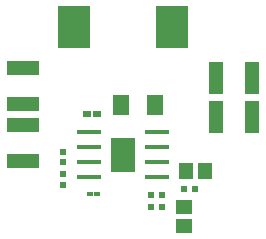
<source format=gtp>
G04*
G04 #@! TF.GenerationSoftware,Altium Limited,Altium Designer,20.1.14 (287)*
G04*
G04 Layer_Color=8421504*
%FSLAX25Y25*%
%MOIN*%
G70*
G04*
G04 #@! TF.SameCoordinates,279C02DF-711F-4997-8B9F-8018C1F95EB8*
G04*
G04*
G04 #@! TF.FilePolarity,Positive*
G04*
G01*
G75*
%ADD13R,0.10630X0.14173*%
%ADD14R,0.02756X0.02441*%
%ADD15R,0.08465X0.01772*%
%ADD16R,0.08386X0.11811*%
%ADD17R,0.05276X0.07087*%
%ADD18R,0.02165X0.02165*%
%ADD19R,0.02165X0.02165*%
%ADD20R,0.11024X0.04921*%
%ADD21R,0.04921X0.11024*%
%ADD22R,0.01968X0.01654*%
%ADD23R,0.05118X0.05512*%
%ADD24R,0.05512X0.05118*%
D13*
X68339Y97000D02*
D03*
X35661D02*
D03*
D14*
X39886Y68000D02*
D03*
X43114D02*
D03*
D15*
X63319Y62000D02*
D03*
Y57000D02*
D03*
Y47000D02*
D03*
Y52000D02*
D03*
X40681Y47000D02*
D03*
Y52000D02*
D03*
Y62000D02*
D03*
Y57000D02*
D03*
D16*
X52000Y54500D02*
D03*
D17*
X51370Y71000D02*
D03*
X62630D02*
D03*
D18*
X61228Y41000D02*
D03*
X64772D02*
D03*
X72228Y43000D02*
D03*
X75772D02*
D03*
X61228Y37000D02*
D03*
X64772D02*
D03*
D19*
X32000Y55543D02*
D03*
Y52000D02*
D03*
Y44457D02*
D03*
Y48000D02*
D03*
D20*
X18500Y52397D02*
D03*
Y64405D02*
D03*
Y83263D02*
D03*
Y71255D02*
D03*
D21*
X82996Y67000D02*
D03*
X95004D02*
D03*
X82996Y80000D02*
D03*
X95004D02*
D03*
D22*
X43220Y41500D02*
D03*
X40780D02*
D03*
D23*
X72850Y49000D02*
D03*
X79150D02*
D03*
D24*
X72228Y37150D02*
D03*
Y30850D02*
D03*
M02*

</source>
